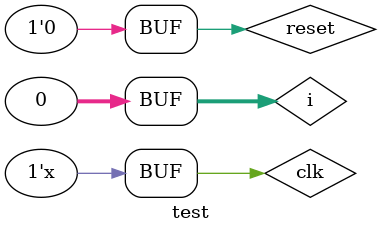
<source format=v>
module test;
  reg [7:0] io_Dbus;
  reg [1:0] io_ENbus;
  wire [7:0] io_Qbus_0;
  wire [7:0] io_Qbus_1;
  reg reset = 1;
  reg clk = 0;
  parameter clk_length = 120;
  always #clk_length clk = ~clk;
  /*** DUT instantiation ***/
    NRAM
      NRAM(
        .clk(clk),
        .reset(reset),
        .io_Dbus(io_Dbus),
        .io_ENbus(io_ENbus),
        .io_Qbus_0(io_Qbus_0),
        .io_Qbus_1(io_Qbus_1)
 );

  /*** resets &&  VCD / VPD dumps ***/
  initial begin
  reset = 1;
  #250;
  reset = 0;
  end

  /*** ROM & Mem initialization ***/
  integer i = 0;
  initial begin
  #50;
  end

endmodule

</source>
